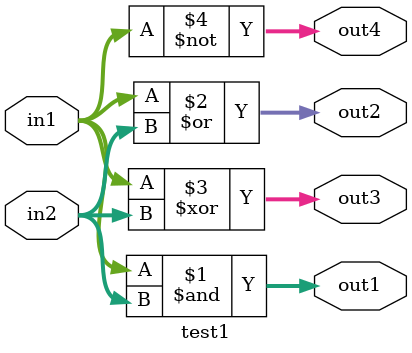
<source format=v>
module test1(out1, 
             out2,
             out3,
             out4,
             in1, 
             in2);
             
input  [2:0] in1,  in2;
output [2:0] out1, out2, out3, out4;
	
assign out1 = in1 & in2;  //and
assign out2 = in1 | in2;  //or
assign out3 = in1 ^ in2;  //xor
assign out4 = ~in1;       //not
	
endmodule
</source>
